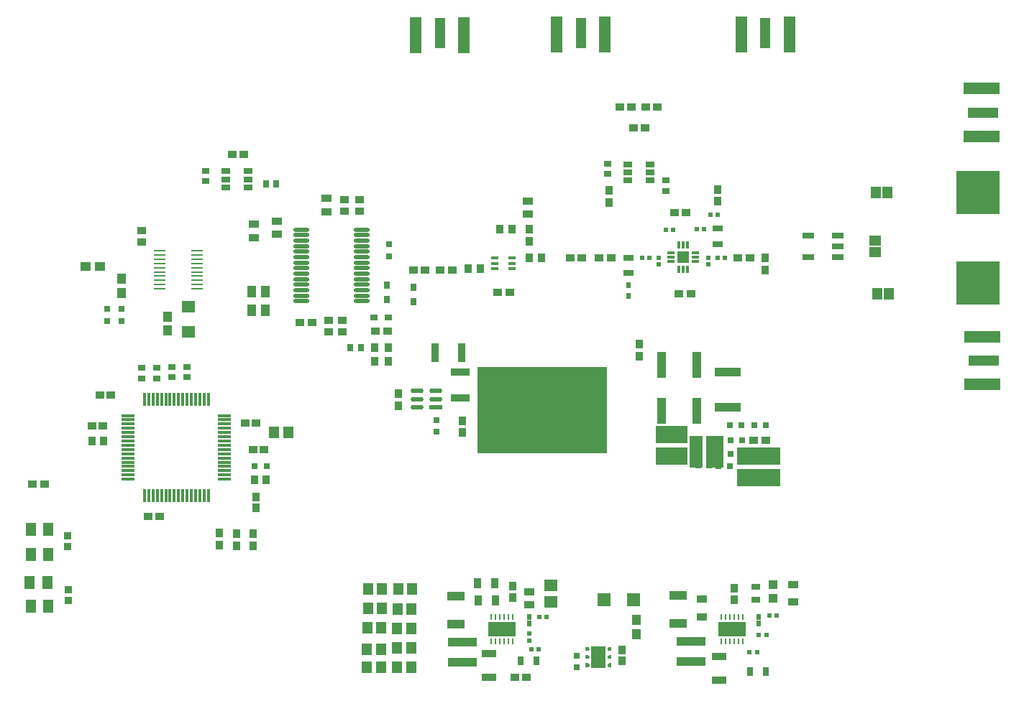
<source format=gtp>
G04*
G04 #@! TF.GenerationSoftware,Altium Limited,Altium Designer,23.8.1 (32)*
G04*
G04 Layer_Color=8421504*
%FSLAX25Y25*%
%MOIN*%
G70*
G04*
G04 #@! TF.SameCoordinates,93D85A25-96AA-4E13-9423-ABE69869F54E*
G04*
G04*
G04 #@! TF.FilePolarity,Positive*
G04*
G01*
G75*
%ADD20O,0.07480X0.01772*%
G04:AMPARAMS|DCode=21|XSize=61.42mil|YSize=11.02mil|CornerRadius=1.38mil|HoleSize=0mil|Usage=FLASHONLY|Rotation=180.000|XOffset=0mil|YOffset=0mil|HoleType=Round|Shape=RoundedRectangle|*
%AMROUNDEDRECTD21*
21,1,0.06142,0.00827,0,0,180.0*
21,1,0.05866,0.01102,0,0,180.0*
1,1,0.00276,-0.02933,0.00413*
1,1,0.00276,0.02933,0.00413*
1,1,0.00276,0.02933,-0.00413*
1,1,0.00276,-0.02933,-0.00413*
%
%ADD21ROUNDEDRECTD21*%
G04:AMPARAMS|DCode=22|XSize=61.42mil|YSize=11.02mil|CornerRadius=1.38mil|HoleSize=0mil|Usage=FLASHONLY|Rotation=90.000|XOffset=0mil|YOffset=0mil|HoleType=Round|Shape=RoundedRectangle|*
%AMROUNDEDRECTD22*
21,1,0.06142,0.00827,0,0,90.0*
21,1,0.05866,0.01102,0,0,90.0*
1,1,0.00276,0.00413,0.02933*
1,1,0.00276,0.00413,-0.02933*
1,1,0.00276,-0.00413,-0.02933*
1,1,0.00276,-0.00413,0.02933*
%
%ADD22ROUNDEDRECTD22*%
%ADD23R,0.15000X0.08000*%
%ADD24R,0.06000X0.15000*%
%ADD25R,0.03543X0.02953*%
%ADD26R,0.08000X0.15000*%
%ADD27R,0.20000X0.08000*%
%ADD28R,0.03773X0.03961*%
%ADD29R,0.04940X0.05733*%
%ADD30R,0.03961X0.03773*%
%ADD31R,0.05709X0.05709*%
%ADD32R,0.01181X0.03347*%
%ADD33R,0.03347X0.01181*%
%ADD34R,0.05600X0.01100*%
%ADD35R,0.03543X0.03150*%
%ADD36R,0.04749X0.03765*%
%ADD37R,0.04182X0.04560*%
%ADD38R,0.03197X0.02985*%
%ADD39R,0.05906X0.05906*%
%ADD40R,0.06299X0.05512*%
%ADD41R,0.02953X0.03543*%
%ADD42R,0.03150X0.03543*%
%ADD43R,0.05926X0.02243*%
G04:AMPARAMS|DCode=44|XSize=59.26mil|YSize=22.43mil|CornerRadius=11.22mil|HoleSize=0mil|Usage=FLASHONLY|Rotation=180.000|XOffset=0mil|YOffset=0mil|HoleType=Round|Shape=RoundedRectangle|*
%AMROUNDEDRECTD44*
21,1,0.05926,0.00000,0,0,180.0*
21,1,0.03683,0.02243,0,0,180.0*
1,1,0.02243,-0.01841,0.00000*
1,1,0.02243,0.01841,0.00000*
1,1,0.02243,0.01841,0.00000*
1,1,0.02243,-0.01841,0.00000*
%
%ADD44ROUNDEDRECTD44*%
%ADD45R,0.02756X0.02756*%
%ADD46R,0.09055X0.03543*%
%ADD47R,0.03543X0.09055*%
%ADD48R,0.20000X0.20000*%
G04:AMPARAMS|DCode=49|XSize=43.31mil|YSize=23.62mil|CornerRadius=2.01mil|HoleSize=0mil|Usage=FLASHONLY|Rotation=0.000|XOffset=0mil|YOffset=0mil|HoleType=Round|Shape=RoundedRectangle|*
%AMROUNDEDRECTD49*
21,1,0.04331,0.01961,0,0,0.0*
21,1,0.03929,0.02362,0,0,0.0*
1,1,0.00402,0.01965,-0.00980*
1,1,0.00402,-0.01965,-0.00980*
1,1,0.00402,-0.01965,0.00980*
1,1,0.00402,0.01965,0.00980*
%
%ADD49ROUNDEDRECTD49*%
%ADD50R,0.04921X0.06102*%
%ADD51R,0.03543X0.03347*%
%ADD52R,0.04488X0.12008*%
%ADD53R,0.02559X0.02756*%
%ADD54R,0.12008X0.04488*%
%ADD55R,0.60000X0.40000*%
%ADD56R,0.05512X0.02992*%
%ADD57R,0.13386X0.03858*%
%ADD58R,0.00984X0.02756*%
%ADD59R,0.12992X0.06693*%
%ADD60R,0.03765X0.04749*%
%ADD61R,0.08071X0.04331*%
%ADD62R,0.06693X0.03740*%
%ADD63R,0.05938X0.05337*%
%ADD64R,0.02165X0.02165*%
%ADD65R,0.02047X0.02047*%
%ADD66R,0.02254X0.02517*%
%ADD67R,0.05157X0.03567*%
%ADD68R,0.03150X0.04134*%
%ADD69R,0.02165X0.02165*%
%ADD70R,0.04969X0.03378*%
%ADD71R,0.02402X0.02500*%
%ADD72R,0.02423X0.02254*%
%ADD73R,0.04724X0.03150*%
%ADD74R,0.02047X0.02205*%
%ADD75R,0.03543X0.03937*%
%ADD76R,0.03347X0.03937*%
%ADD77R,0.04545X0.05339*%
%ADD78R,0.03543X0.02953*%
%ADD79R,0.02953X0.03543*%
%ADD80R,0.04453X0.03591*%
%ADD81R,0.03591X0.04453*%
%ADD82R,0.02756X0.02756*%
%ADD83R,0.03740X0.04331*%
%ADD84R,0.05315X0.16535*%
%ADD85R,0.05000X0.14173*%
%ADD86R,0.16535X0.05315*%
%ADD87R,0.14173X0.05000*%
%ADD88R,0.03937X0.03347*%
%ADD89R,0.03740X0.01575*%
%ADD90R,0.05339X0.04545*%
%ADD91R,0.06890X0.09843*%
%ADD92C,0.01595*%
%ADD93R,0.04560X0.03985*%
%ADD94R,0.03773X0.03963*%
%ADD95R,0.03937X0.05512*%
%ADD96R,0.04182X0.04469*%
%ADD97R,0.03937X0.02953*%
%ADD98R,0.03985X0.04560*%
G36*
X510100Y116771D02*
X510349Y116522D01*
X510484Y116196D01*
Y116020D01*
Y115843D01*
X510349Y115518D01*
X510100Y115269D01*
X509775Y115134D01*
X509598D01*
Y115134D01*
X508516D01*
Y116905D01*
X509775D01*
X510100Y116771D01*
D02*
G37*
G36*
Y120511D02*
X510349Y120262D01*
X510484Y119936D01*
Y119760D01*
Y119584D01*
X510349Y119258D01*
X510100Y119009D01*
X509775Y118874D01*
X508516D01*
Y120646D01*
X509775D01*
X510100Y120511D01*
D02*
G37*
G36*
Y124251D02*
X510349Y124002D01*
X510484Y123676D01*
Y123500D01*
Y123324D01*
X510349Y122998D01*
X510100Y122749D01*
X509775Y122614D01*
X508516D01*
Y124386D01*
X509598Y124386D01*
X509775D01*
X510100Y124251D01*
D02*
G37*
G36*
X520720Y115134D02*
X519638Y115134D01*
X519462D01*
X519136Y115269D01*
X518887Y115518D01*
X518752Y115843D01*
Y116020D01*
Y116196D01*
X518887Y116522D01*
X519136Y116771D01*
X519462Y116905D01*
X520720D01*
Y115134D01*
D02*
G37*
G36*
Y118874D02*
X519462D01*
X519136Y119009D01*
X518887Y119258D01*
X518752Y119584D01*
Y119760D01*
Y119936D01*
X518887Y120262D01*
X519136Y120511D01*
X519462Y120646D01*
X520720D01*
Y118874D01*
D02*
G37*
G36*
X519638Y124386D02*
X520720D01*
Y122614D01*
X519462D01*
X519136Y122749D01*
X518887Y122998D01*
X518752Y123324D01*
Y123500D01*
Y123676D01*
X518887Y124002D01*
X519136Y124251D01*
X519462Y124386D01*
X519638D01*
Y124386D01*
D02*
G37*
D20*
X377024Y318134D02*
D03*
Y315575D02*
D03*
Y313016D02*
D03*
Y310457D02*
D03*
Y307898D02*
D03*
Y305339D02*
D03*
Y302780D02*
D03*
Y300220D02*
D03*
Y297661D02*
D03*
Y295102D02*
D03*
Y292543D02*
D03*
Y289984D02*
D03*
Y287425D02*
D03*
Y284866D02*
D03*
X404976Y318134D02*
D03*
Y315575D02*
D03*
Y313016D02*
D03*
Y310457D02*
D03*
Y307898D02*
D03*
Y305339D02*
D03*
Y302780D02*
D03*
Y300220D02*
D03*
Y297661D02*
D03*
Y295102D02*
D03*
Y292543D02*
D03*
Y289984D02*
D03*
Y287425D02*
D03*
Y284866D02*
D03*
D21*
X341362Y202315D02*
D03*
Y204283D02*
D03*
Y206252D02*
D03*
Y208221D02*
D03*
Y210189D02*
D03*
Y212158D02*
D03*
Y214126D02*
D03*
Y216094D02*
D03*
Y218063D02*
D03*
Y220031D02*
D03*
Y222000D02*
D03*
Y223969D02*
D03*
Y225937D02*
D03*
Y227906D02*
D03*
Y229874D02*
D03*
Y231842D02*
D03*
X296638D02*
D03*
Y229874D02*
D03*
Y227906D02*
D03*
Y225937D02*
D03*
Y223969D02*
D03*
Y222000D02*
D03*
Y220031D02*
D03*
Y218063D02*
D03*
Y216094D02*
D03*
Y214126D02*
D03*
Y212158D02*
D03*
Y210189D02*
D03*
Y208221D02*
D03*
Y206252D02*
D03*
Y204283D02*
D03*
Y202315D02*
D03*
D22*
X304236Y194717D02*
D03*
X306205D02*
D03*
X308173D02*
D03*
X310142D02*
D03*
X312110D02*
D03*
X314079D02*
D03*
X316047D02*
D03*
X318016D02*
D03*
X319984D02*
D03*
X321953D02*
D03*
X323921D02*
D03*
X325890D02*
D03*
X327858D02*
D03*
X329827D02*
D03*
X331795D02*
D03*
X333764D02*
D03*
Y239441D02*
D03*
X331795D02*
D03*
X329827D02*
D03*
X327858D02*
D03*
X325890D02*
D03*
X323921D02*
D03*
X321953D02*
D03*
X319984D02*
D03*
X318016D02*
D03*
X316047D02*
D03*
X314079D02*
D03*
X312110D02*
D03*
X310142D02*
D03*
X308173D02*
D03*
X306205D02*
D03*
X304236D02*
D03*
D23*
X548500Y213000D02*
D03*
Y223000D02*
D03*
D24*
X560000Y215000D02*
D03*
D25*
X544000Y215539D02*
D03*
Y220461D02*
D03*
X587000Y205539D02*
D03*
Y210461D02*
D03*
X581500D02*
D03*
Y205539D02*
D03*
X554000Y220461D02*
D03*
Y215539D02*
D03*
X549000Y220461D02*
D03*
Y215539D02*
D03*
X592500Y210461D02*
D03*
Y205539D02*
D03*
D26*
X568500Y215000D02*
D03*
D27*
X589000Y213000D02*
D03*
Y203000D02*
D03*
D28*
X354500Y171480D02*
D03*
Y177000D02*
D03*
X519500Y330740D02*
D03*
Y336260D02*
D03*
X347000Y177000D02*
D03*
Y171480D02*
D03*
X339000Y177260D02*
D03*
Y171740D02*
D03*
X422000Y236480D02*
D03*
Y242000D02*
D03*
X451500Y223980D02*
D03*
Y229500D02*
D03*
X475000Y147240D02*
D03*
Y152760D02*
D03*
X570000Y336760D02*
D03*
Y331240D02*
D03*
X533500Y265000D02*
D03*
Y259480D02*
D03*
X592000Y305020D02*
D03*
Y299500D02*
D03*
X577500Y146240D02*
D03*
Y151760D02*
D03*
D29*
X407249Y115000D02*
D03*
X413751D02*
D03*
X407249Y123500D02*
D03*
X413751D02*
D03*
X407498Y133500D02*
D03*
X414000D02*
D03*
X407749Y142500D02*
D03*
X414251D02*
D03*
X407749Y151500D02*
D03*
X414251D02*
D03*
X427751Y115000D02*
D03*
X421249D02*
D03*
X427751Y124000D02*
D03*
X421249D02*
D03*
X427751Y133000D02*
D03*
X421249D02*
D03*
X428251Y151500D02*
D03*
X421749D02*
D03*
X428000Y142000D02*
D03*
X421498D02*
D03*
X370751Y224000D02*
D03*
X364249D02*
D03*
D30*
X475740Y110500D02*
D03*
X481260D02*
D03*
X555260Y326000D02*
D03*
X549740D02*
D03*
X551980Y288500D02*
D03*
X557500D02*
D03*
X311260Y185000D02*
D03*
X305740D02*
D03*
X252240Y200000D02*
D03*
X257760D02*
D03*
X468000Y289000D02*
D03*
X473520D02*
D03*
X586641Y220500D02*
D03*
X592359D02*
D03*
X579240Y305000D02*
D03*
X584760D02*
D03*
X514980D02*
D03*
X520500D02*
D03*
X524480Y375000D02*
D03*
X530000D02*
D03*
X542020D02*
D03*
X536500D02*
D03*
X501480Y305000D02*
D03*
X507000D02*
D03*
X441240Y299500D02*
D03*
X446760D02*
D03*
X416760Y271000D02*
D03*
X411240D02*
D03*
X428740Y299500D02*
D03*
X434260D02*
D03*
X381760Y275000D02*
D03*
X376240D02*
D03*
X530740Y365500D02*
D03*
X536260D02*
D03*
X350260Y353000D02*
D03*
X344740D02*
D03*
D31*
X553992Y305291D02*
D03*
D32*
X551984Y311000D02*
D03*
X553992D02*
D03*
X556000D02*
D03*
Y299583D02*
D03*
X553992D02*
D03*
X551984D02*
D03*
D33*
X559701Y307299D02*
D03*
Y305291D02*
D03*
Y303284D02*
D03*
X548283D02*
D03*
Y305291D02*
D03*
Y307299D02*
D03*
D34*
X311350Y308358D02*
D03*
Y306390D02*
D03*
Y304421D02*
D03*
Y302453D02*
D03*
Y300484D02*
D03*
Y298516D02*
D03*
Y296547D02*
D03*
Y294579D02*
D03*
Y292610D02*
D03*
Y290642D02*
D03*
X328650D02*
D03*
Y292610D02*
D03*
Y294579D02*
D03*
Y296547D02*
D03*
Y298516D02*
D03*
Y300484D02*
D03*
Y302453D02*
D03*
Y304421D02*
D03*
Y306390D02*
D03*
Y308358D02*
D03*
D35*
X417346Y277500D02*
D03*
X410653D02*
D03*
D36*
X605000Y153500D02*
D03*
Y145429D02*
D03*
X562500Y146535D02*
D03*
Y138465D02*
D03*
D37*
X315000Y277756D02*
D03*
Y271244D02*
D03*
X532155Y130406D02*
D03*
Y136918D02*
D03*
D38*
X324000Y249532D02*
D03*
Y254468D02*
D03*
X310000Y253969D02*
D03*
Y249031D02*
D03*
X317000Y254468D02*
D03*
Y249532D02*
D03*
X303000Y253969D02*
D03*
Y249031D02*
D03*
D39*
X530890Y146500D02*
D03*
X517110D02*
D03*
D40*
X324500Y282405D02*
D03*
Y270595D02*
D03*
D41*
X561039Y220000D02*
D03*
X565961D02*
D03*
X561039Y214500D02*
D03*
X565961D02*
D03*
X561039Y209000D02*
D03*
X565961D02*
D03*
X399579Y263500D02*
D03*
X404500D02*
D03*
D42*
X416500Y285653D02*
D03*
Y292347D02*
D03*
X429000Y284653D02*
D03*
Y291347D02*
D03*
D43*
X439333Y235760D02*
D03*
D44*
Y239500D02*
D03*
Y243240D02*
D03*
X430667D02*
D03*
Y239500D02*
D03*
Y235760D02*
D03*
D45*
X439500Y229756D02*
D03*
Y224244D02*
D03*
X293500Y281256D02*
D03*
Y275744D02*
D03*
X417500Y305744D02*
D03*
Y311256D02*
D03*
X287000Y281256D02*
D03*
Y275744D02*
D03*
X504500Y120500D02*
D03*
Y114988D02*
D03*
D46*
X450500Y239898D02*
D03*
Y252102D02*
D03*
D47*
X438898Y261000D02*
D03*
X451102D02*
D03*
D48*
X690500Y335500D02*
D03*
Y293500D02*
D03*
D49*
X341882Y345240D02*
D03*
Y341500D02*
D03*
Y337760D02*
D03*
X352118D02*
D03*
Y341500D02*
D03*
Y345240D02*
D03*
X538500Y348480D02*
D03*
Y344740D02*
D03*
Y341000D02*
D03*
X528264D02*
D03*
Y344740D02*
D03*
Y348480D02*
D03*
D50*
X251465Y179000D02*
D03*
X259535D02*
D03*
X251500Y167500D02*
D03*
X259571D02*
D03*
X251000Y154500D02*
D03*
X259071D02*
D03*
X251465Y143500D02*
D03*
X259535D02*
D03*
D51*
X268500Y170941D02*
D03*
Y176059D02*
D03*
X269000Y145941D02*
D03*
Y151059D02*
D03*
D52*
X543850Y255500D02*
D03*
X560150D02*
D03*
X560299Y234000D02*
D03*
X544000D02*
D03*
D53*
X575815Y214000D02*
D03*
X570500D02*
D03*
X581157Y220500D02*
D03*
X575843D02*
D03*
X592315Y227500D02*
D03*
X587000D02*
D03*
X575685D02*
D03*
X581000D02*
D03*
X575658Y208500D02*
D03*
X570342D02*
D03*
D54*
X574500Y252150D02*
D03*
Y235850D02*
D03*
D55*
X488500Y234500D02*
D03*
D56*
X625504Y315500D02*
D03*
Y310500D02*
D03*
Y305500D02*
D03*
X612000D02*
D03*
Y315500D02*
D03*
D57*
X451500Y126665D02*
D03*
Y117335D02*
D03*
X557500Y117669D02*
D03*
Y127000D02*
D03*
D58*
X465000Y127083D02*
D03*
X466968D02*
D03*
X468937D02*
D03*
X470905D02*
D03*
X472874D02*
D03*
X474843D02*
D03*
X465000Y138500D02*
D03*
X466968D02*
D03*
X468937D02*
D03*
X470905D02*
D03*
X472874D02*
D03*
X474843D02*
D03*
X571658Y127000D02*
D03*
X573626D02*
D03*
X575595D02*
D03*
X577563D02*
D03*
X579531D02*
D03*
X581500D02*
D03*
X571658Y138417D02*
D03*
X573626D02*
D03*
X575595D02*
D03*
X577563D02*
D03*
X579531D02*
D03*
X581500D02*
D03*
D59*
X469921Y132791D02*
D03*
X576579Y132709D02*
D03*
D60*
X458929Y146000D02*
D03*
X467000D02*
D03*
X458429Y154000D02*
D03*
X466500D02*
D03*
D61*
X448500Y135004D02*
D03*
Y147996D02*
D03*
X551500Y148496D02*
D03*
Y135504D02*
D03*
D62*
X464000Y110488D02*
D03*
Y121512D02*
D03*
X570500Y108976D02*
D03*
Y120000D02*
D03*
D63*
X492500Y152990D02*
D03*
Y145500D02*
D03*
D64*
X487000Y123500D02*
D03*
X483457D02*
D03*
X592398Y130126D02*
D03*
X588854D02*
D03*
X588272Y122000D02*
D03*
X584728D02*
D03*
D65*
X490500Y138500D02*
D03*
X487350D02*
D03*
X597075Y139000D02*
D03*
X593925D02*
D03*
D66*
X482500Y135220D02*
D03*
Y138500D02*
D03*
X589000Y135220D02*
D03*
Y138500D02*
D03*
D67*
X482500Y144000D02*
D03*
Y150111D02*
D03*
D68*
X485783Y118000D02*
D03*
X478500D02*
D03*
X592142Y113000D02*
D03*
X584858D02*
D03*
D69*
X482500Y127228D02*
D03*
Y130772D02*
D03*
D70*
X355000Y320559D02*
D03*
Y314441D02*
D03*
X388500Y332559D02*
D03*
Y326441D02*
D03*
X365500Y322000D02*
D03*
Y315882D02*
D03*
X482000Y331500D02*
D03*
Y325382D02*
D03*
D71*
X528500Y292201D02*
D03*
Y287500D02*
D03*
D72*
X563500Y318500D02*
D03*
X560125D02*
D03*
X549187Y318000D02*
D03*
X545813D02*
D03*
X570000Y325000D02*
D03*
X566625D02*
D03*
X573187Y305000D02*
D03*
X569813D02*
D03*
X538187D02*
D03*
X534813D02*
D03*
D73*
X570000Y318543D02*
D03*
Y311457D02*
D03*
X528500Y305000D02*
D03*
Y297913D02*
D03*
D74*
X565500Y305000D02*
D03*
Y301929D02*
D03*
X542500Y305035D02*
D03*
Y301965D02*
D03*
D75*
X410850Y263500D02*
D03*
X417150D02*
D03*
X410850Y257000D02*
D03*
X417150D02*
D03*
D76*
X355343Y202000D02*
D03*
X360658D02*
D03*
X279842Y220000D02*
D03*
X285157D02*
D03*
D77*
X643839Y288500D02*
D03*
X649161D02*
D03*
X643178Y335500D02*
D03*
X648500D02*
D03*
D78*
X519000Y348724D02*
D03*
Y344000D02*
D03*
X546000Y340862D02*
D03*
Y336138D02*
D03*
X332500Y345362D02*
D03*
Y340638D02*
D03*
D79*
X360638Y339500D02*
D03*
X365362D02*
D03*
D80*
X279978Y227000D02*
D03*
X285022D02*
D03*
X283478Y241500D02*
D03*
X288522D02*
D03*
X359522Y216000D02*
D03*
X354478D02*
D03*
X356044Y228500D02*
D03*
X351000D02*
D03*
D81*
X356000Y189000D02*
D03*
Y194044D02*
D03*
X525500Y117956D02*
D03*
Y123000D02*
D03*
D82*
X355244Y208500D02*
D03*
X360756D02*
D03*
D83*
X482646Y305000D02*
D03*
X488354D02*
D03*
X469000Y318500D02*
D03*
X474709D02*
D03*
X459854Y300000D02*
D03*
X454146D02*
D03*
D84*
X452244Y408500D02*
D03*
X430000D02*
D03*
X517622Y408713D02*
D03*
X495378D02*
D03*
X603122D02*
D03*
X580878D02*
D03*
D85*
X441122Y409287D02*
D03*
X506500Y409500D02*
D03*
X592000D02*
D03*
D86*
X692213Y361378D02*
D03*
Y383622D02*
D03*
X692500Y246256D02*
D03*
Y268500D02*
D03*
D87*
X693000Y372500D02*
D03*
X693287Y257378D02*
D03*
D88*
X303000Y317657D02*
D03*
Y312343D02*
D03*
X396000Y276157D02*
D03*
Y270843D02*
D03*
X397000Y332157D02*
D03*
Y326842D02*
D03*
X404000Y332000D02*
D03*
Y326685D02*
D03*
X389500Y276157D02*
D03*
Y270843D02*
D03*
D89*
X474437Y305059D02*
D03*
Y302500D02*
D03*
Y299941D02*
D03*
X466563D02*
D03*
Y302500D02*
D03*
Y305059D02*
D03*
D90*
X643000Y307839D02*
D03*
Y313161D02*
D03*
D91*
X514618Y119760D02*
D03*
D92*
X519821Y123500D02*
D03*
Y119760D02*
D03*
X519736Y116020D02*
D03*
X509416D02*
D03*
Y119760D02*
D03*
X509500Y123500D02*
D03*
D93*
X283500Y301000D02*
D03*
X276988D02*
D03*
D94*
X482500Y318358D02*
D03*
Y312642D02*
D03*
D95*
X360150Y280669D02*
D03*
Y289331D02*
D03*
X353850D02*
D03*
Y280669D02*
D03*
D96*
X595500Y147000D02*
D03*
Y153420D02*
D03*
D97*
X587500Y152406D02*
D03*
Y146500D02*
D03*
D98*
X293500Y295256D02*
D03*
Y288744D02*
D03*
M02*

</source>
